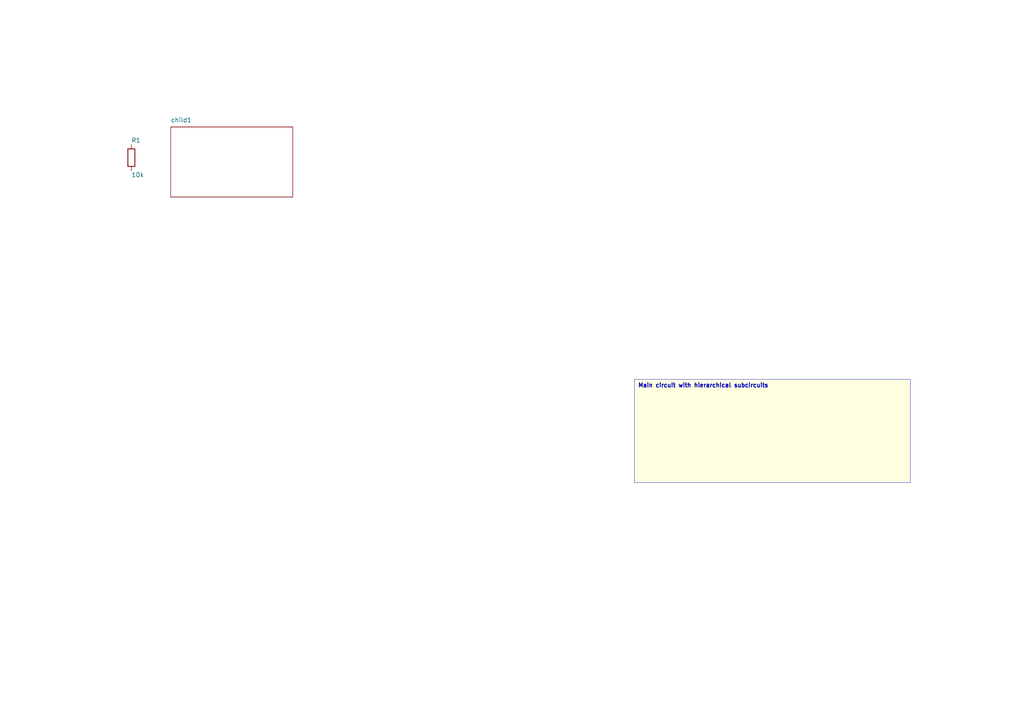
<source format=kicad_sch>
(kicad_sch (version 20250114) (generator "circuit_synth") (generator_version "9.0")
  (paper "A4")
  (lib_symbols
    (symbol "Device:R" (pin_numbers hide) (pin_names (offset 0.254))
      (property "Reference" "R" (at 0.0 0.0 0))
      (property "Value" "R" (at 0.0 0.0 0))
      (symbol "R_0_1"
        (rectangle (start -1.016 -2.54) (end 1.016 2.54) (stroke (width 0.254)))
      )
      (symbol "R_1_1"
        (pin passive line (at 0.0 3.81 270) (length 1.27) (name ~) (number "1"))
        (pin passive line (at 0.0 -3.81 90) (length 1.27) (name ~) (number "2"))
      )
    )
  )
  (title_block (title main) (date 2025-08-06) (company Circuit-Synth))
  (symbol (lib_id "Device:R") (at 38.1 45.72 0) (unit 1)
    (property "Reference" "R1" (at 38.1 40.72 0) (effects (justify left)))
    (property "Value" "10k" (at 38.1 50.72 0) (effects (justify left)))
    (property "Footprint" "Resistor_SMD:R_0603_1608Metric" (effects (hide yes)))
  )
  (sheet (at 49.53 36.83) (size 35.4 20.32) (stroke (width 0.12)) (fill (color 0 0 0 0.0))
    (property "Sheetname" "child1" (at 49.53 35.559999999999995 0) (effects (justify left bottom)))
    (property "Sheetfile" "child1.kicad_sch" (effects (hide yes)))
  )
  (text_box "Main circuit with hierarchical subcircuits" (exclude_from_sim yes) (at 184.0 110.0 0) (size 80.0 30.0) (margins 1.0 1.0 1.0 1.0) (stroke (width 0.1)) (fill (type color) (color 255 255 224 1)) (effects (font (size 1.2 1.2) (thickness 0.254)) (justify left top)))
)
</source>
